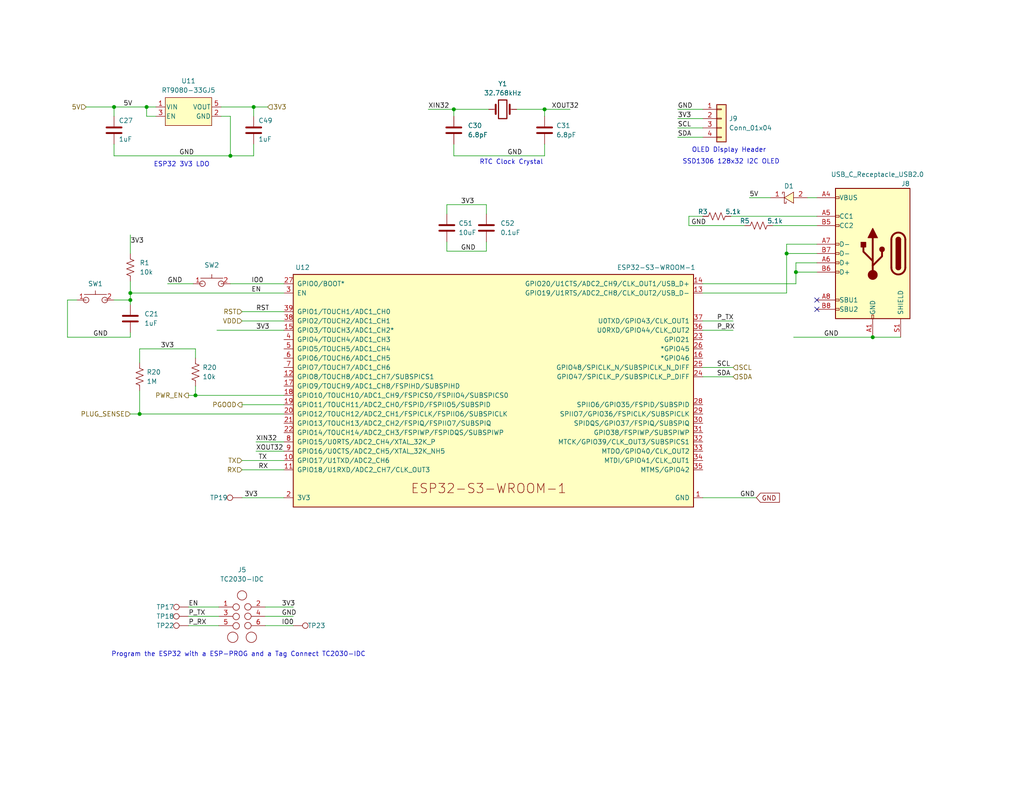
<source format=kicad_sch>
(kicad_sch (version 20231120) (generator "eeschema") (generator_version "8.0")
  (paper "A")
  (title_block (title "Bitaxe Ultra") (date "2023-12-10") (rev "204"))
  (lib_symbols
    (symbol "Connector:TestPoint" (pin_numbers hide) (pin_names (offset 0.762) hide)
      (property "Reference" "TP" (at 0 6.858 0))
      (property "Value" "TestPoint" (at 0 5.08 0))
      (symbol "TestPoint_0_1"
        (circle (center 0 3.302) (radius 0.762))
      )
      (symbol "TestPoint_1_1"
        (pin passive line (at 0 0 90) (length 2.54) (name "1") (number "1"))
      )
    )
    (symbol "Connector:USB_C_Receptacle_USB2.0" (pin_names (offset 1.016))
      (property "Reference" "J" (at -10.16 19.05 0))
      (property "Value" "USB_C_Receptacle_USB2.0" (at 19.05 19.05 0))
      (symbol "USB_C_Receptacle_USB2.0_0_0"
        (rectangle (start -0.254 -17.78) (end 0.254 -16.764))
        (rectangle (start 10.16 -14.986) (end 9.144 -15.494))
        (rectangle (start 10.16 -12.446) (end 9.144 -12.954))
        (rectangle (start 10.16 -4.826) (end 9.144 -5.334))
        (rectangle (start 10.16 -2.286) (end 9.144 -2.794))
        (rectangle (start 10.16 0.254) (end 9.144 -0.254))
        (rectangle (start 10.16 2.794) (end 9.144 2.286))
        (rectangle (start 10.16 7.874) (end 9.144 7.366))
        (rectangle (start 10.16 10.414) (end 9.144 9.906))
        (rectangle (start 10.16 15.494) (end 9.144 14.986))
      )
      (symbol "USB_C_Receptacle_USB2.0_0_1"
        (rectangle (start -10.16 17.78) (end 10.16 -17.78) (stroke (width 0.254)) (fill (type background)))
        (arc (start -8.89 -3.81) (mid -6.985 -5.7067) (end -5.08 -3.81) (stroke (width 0.508)))
        (arc (start -7.62 -3.81) (mid -6.985 -4.4423) (end -6.35 -3.81) (stroke (width 0.254)))
        (arc (start -7.62 -3.81) (mid -6.985 -4.4423) (end -6.35 -3.81) (stroke (width 0.254)) (fill (type outline)))
        (rectangle (start -7.62 -3.81) (end -6.35 3.81) (stroke (width 0.254)) (fill (type outline)))
        (arc (start -6.35 3.81) (mid -6.985 4.4423) (end -7.62 3.81) (stroke (width 0.254)))
        (arc (start -6.35 3.81) (mid -6.985 4.4423) (end -7.62 3.81) (stroke (width 0.254)) (fill (type outline)))
        (arc (start -5.08 3.81) (mid -6.985 5.7067) (end -8.89 3.81) (stroke (width 0.508)))
        (circle (center -2.54 1.143) (radius 0.635) (stroke (width 0.254)) (fill (type outline)))
        (circle (center 0 -5.842) (radius 1.27) (fill (type outline)))
        (polyline (pts (xy -8.89 -3.81) (xy -8.89 3.81)) (stroke (width 0.508)))
        (polyline (pts (xy -5.08 3.81) (xy -5.08 -3.81)) (stroke (width 0.508)))
        (polyline (pts (xy 0 -5.842) (xy 0 4.318)) (stroke (width 0.508)))
        (polyline (pts (xy 0 -3.302) (xy -2.54 -0.762) (xy -2.54 0.508)) (stroke (width 0.508)))
        (polyline (pts (xy 0 -2.032) (xy 2.54 0.508) (xy 2.54 1.778)) (stroke (width 0.508)))
        (polyline (pts (xy -1.27 4.318) (xy 0 6.858) (xy 1.27 4.318) (xy -1.27 4.318)) (stroke (width 0.254)) (fill (type outline)))
        (rectangle (start 1.905 1.778) (end 3.175 3.048) (stroke (width 0.254)) (fill (type outline)))
      )
      (symbol "USB_C_Receptacle_USB2.0_1_1"
        (pin passive line (at 0 -22.86 90) (length 5.08) (name "GND") (number "A1"))
        (pin passive line (at 0 -22.86 90) (length 5.08) hide (name "GND") (number "A12"))
        (pin passive line (at 15.24 15.24 180) (length 5.08) (name "VBUS") (number "A4"))
        (pin bidirectional line (at 15.24 10.16 180) (length 5.08) (name "CC1") (number "A5"))
        (pin bidirectional line (at 15.24 -2.54 180) (length 5.08) (name "D+") (number "A6"))
        (pin bidirectional line (at 15.24 2.54 180) (length 5.08) (name "D-") (number "A7"))
        (pin bidirectional line (at 15.24 -12.7 180) (length 5.08) (name "SBU1") (number "A8"))
        (pin passive line (at 15.24 15.24 180) (length 5.08) hide (name "VBUS") (number "A9"))
        (pin passive line (at 0 -22.86 90) (length 5.08) hide (name "GND") (number "B1"))
        (pin passive line (at 0 -22.86 90) (length 5.08) hide (name "GND") (number "B12"))
        (pin passive line (at 15.24 15.24 180) (length 5.08) hide (name "VBUS") (number "B4"))
        (pin bidirectional line (at 15.24 7.62 180) (length 5.08) (name "CC2") (number "B5"))
        (pin bidirectional line (at 15.24 -5.08 180) (length 5.08) (name "D+") (number "B6"))
        (pin bidirectional line (at 15.24 0 180) (length 5.08) (name "D-") (number "B7"))
        (pin bidirectional line (at 15.24 -15.24 180) (length 5.08) (name "SBU2") (number "B8"))
        (pin passive line (at 15.24 15.24 180) (length 5.08) hide (name "VBUS") (number "B9"))
        (pin passive line (at -7.62 -22.86 90) (length 5.08) (name "SHIELD") (number "S1"))
      )
    )
    (symbol "Connector_Generic:Conn_01x04" (pin_names (offset 1.016) hide)
      (property "Reference" "J" (at 0 5.08 0))
      (property "Value" "Conn_01x04" (at 0 -7.62 0))
      (symbol "Conn_01x04_1_1"
        (rectangle (start -1.27 -4.953) (end 0 -5.207) (stroke (width 0.1524)))
        (rectangle (start -1.27 -2.413) (end 0 -2.667) (stroke (width 0.1524)))
        (rectangle (start -1.27 0.127) (end 0 -0.127) (stroke (width 0.1524)))
        (rectangle (start -1.27 2.667) (end 0 2.413) (stroke (width 0.1524)))
        (rectangle (start -1.27 3.81) (end 1.27 -6.35) (stroke (width 0.254)) (fill (type background)))
        (pin passive line (at -5.08 2.54 0) (length 3.81) (name "Pin_1") (number "1"))
        (pin passive line (at -5.08 0 0) (length 3.81) (name "Pin_2") (number "2"))
        (pin passive line (at -5.08 -2.54 0) (length 3.81) (name "Pin_3") (number "3"))
        (pin passive line (at -5.08 -5.08 0) (length 3.81) (name "Pin_4") (number "4"))
      )
    )
    (symbol "Device:C" (pin_numbers hide) (pin_names (offset 0.254))
      (property "Reference" "C" (at 0.635 2.54 0))
      (property "Value" "C" (at 0.635 -2.54 0))
      (symbol "C_0_1"
        (polyline (pts (xy -2.032 -0.762) (xy 2.032 -0.762)) (stroke (width 0.508)))
        (polyline (pts (xy -2.032 0.762) (xy 2.032 0.762)) (stroke (width 0.508)))
      )
      (symbol "C_1_1"
        (pin passive line (at 0 3.81 270) (length 2.794) (name "~") (number "1"))
        (pin passive line (at 0 -3.81 90) (length 2.794) (name "~") (number "2"))
      )
    )
    (symbol "Device:Crystal" (pin_numbers hide) (pin_names (offset 1.016) hide)
      (property "Reference" "Y" (at 0 3.81 0))
      (property "Value" "Crystal" (at 0 -3.81 0))
      (symbol "Crystal_0_1"
        (rectangle (start -1.143 2.54) (end 1.143 -2.54) (stroke (width 0.3048)))
        (polyline (pts (xy -2.54 0) (xy -1.905 0)))
        (polyline (pts (xy -1.905 -1.27) (xy -1.905 1.27)) (stroke (width 0.508)))
        (polyline (pts (xy 1.905 -1.27) (xy 1.905 1.27)) (stroke (width 0.508)))
        (polyline (pts (xy 2.54 0) (xy 1.905 0)))
      )
      (symbol "Crystal_1_1"
        (pin passive line (at -3.81 0 0) (length 1.27) (name "1") (number "1"))
        (pin passive line (at 3.81 0 180) (length 1.27) (name "2") (number "2"))
      )
    )
    (symbol "Device:R_US" (pin_numbers hide) (pin_names (offset 0))
      (property "Reference" "R" (at 2.54 0 90))
      (property "Value" "R_US" (at -2.54 0 90))
      (symbol "R_US_0_1"
        (polyline (pts (xy 0 -2.286) (xy 0 -2.54)))
        (polyline (pts (xy 0 2.286) (xy 0 2.54)))
        (polyline (pts (xy 0 -0.762) (xy 1.016 -1.143) (xy 0 -1.524) (xy -1.016 -1.905) (xy 0 -2.286)))
        (polyline (pts (xy 0 0.762) (xy 1.016 0.381) (xy 0 0) (xy -1.016 -0.381) (xy 0 -0.762)))
        (polyline (pts (xy 0 2.286) (xy 1.016 1.905) (xy 0 1.524) (xy -1.016 1.143) (xy 0 0.762)))
      )
      (symbol "R_US_1_1"
        (pin passive line (at 0 3.81 270) (length 1.27) (name "~") (number "1"))
        (pin passive line (at 0 -3.81 90) (length 1.27) (name "~") (number "2"))
      )
    )
    (symbol "bitaxe:ESP32-S3-WROOM-1" (pin_names (offset 1.016))
      (property "Reference" "U12" (at -50.8 34.925 0))
      (property "Value" "ESP32-S3-WROOM-1" (at 45.72 34.925 0))
      (symbol "ESP32-S3-WROOM-1_0_0"
        (rectangle (start -53.34 33.02) (end 55.88 -30.48) (stroke (width 0.254)) (fill (type background)))
        (text "ESP32-S3-WROOM-1" (at 0 -25.4 0) (effects (font (size 2.54 2.54))))
        (pin power_in line (at 58.42 -27.94 180) (length 2.54) (name "GND") (number "1"))
        (pin bidirectional line (at -55.88 -17.78 0) (length 2.54) (name "GPIO17/U1TXD/ADC2_CH6") (number "10"))
        (pin bidirectional line (at -55.88 -20.32 0) (length 2.54) (name "GPIO18/U1RXD/ADC2_CH7/CLK_OUT3") (number "11"))
        (pin bidirectional line (at -55.88 5.08 0) (length 2.54) (name "GPIO8/TOUCH8/ADC1_CH7/SUBSPICS1") (number "12"))
        (pin bidirectional line (at 58.42 27.94 180) (length 2.54) (name "GPIO19/U1RTS/ADC2_CH8/CLK_OUT2/USB_D-") (number "13"))
        (pin bidirectional line (at 58.42 30.48 180) (length 2.54) (name "GPIO20/U1CTS/ADC2_CH9/CLK_OUT1/USB_D+") (number "14"))
        (pin bidirectional line (at -55.88 17.78 0) (length 2.54) (name "GPIO3/TOUCH3/ADC1_CH2*") (number "15"))
        (pin bidirectional line (at 58.42 10.16 180) (length 2.54) (name "*GPIO46") (number "16"))
        (pin bidirectional line (at -55.88 2.54 0) (length 2.54) (name "GPIO9/TOUCH9/ADC1_CH8/FSPIHD/SUBSPIHD") (number "17"))
        (pin bidirectional line (at -55.88 0 0) (length 2.54) (name "GPIO10/TOUCH10/ADC1_CH9/FSPICS0/FSPIIO4/SUBSPICS0") (number "18"))
        (pin bidirectional line (at -55.88 -2.54 0) (length 2.54) (name "GPIO11/TOUCH11/ADC2_CH0/FSPID/FSPIIO5/SUBSPID") (number "19"))
        (pin power_in line (at -55.88 -27.94 0) (length 2.54) (name "3V3") (number "2"))
        (pin bidirectional line (at -55.88 -5.08 0) (length 2.54) (name "GPIO12/TOUCH12/ADC2_CH1/FSPICLK/FSPIIO6/SUBSPICLK") (number "20"))
        (pin bidirectional line (at -55.88 -7.62 0) (length 2.54) (name "GPIO13/TOUCH13/ADC2_CH2/FSPIQ/FSPIIO7/SUBSPIQ") (number "21"))
        (pin bidirectional line (at -55.88 -10.16 0) (length 2.54) (name "GPIO14/TOUCH14/ADC2_CH3/FSPIWP/FSPIDQS/SUBSPIWP") (number "22"))
        (pin bidirectional line (at 58.42 15.24 180) (length 2.54) (name "GPIO21") (number "23"))
        (pin bidirectional line (at 58.42 5.08 180) (length 2.54) (name "GPIO47/SPICLK_P/SUBSPICLK_P_DIFF") (number "24"))
        (pin bidirectional line (at 58.42 7.62 180) (length 2.54) (name "GPIO48/SPICLK_N/SUBSPICLK_N_DIFF") (number "25"))
        (pin bidirectional line (at 58.42 12.7 180) (length 2.54) (name "*GPIO45") (number "26"))
        (pin bidirectional line (at -55.88 30.48 0) (length 2.54) (name "GPIO0/BOOT*") (number "27"))
        (pin bidirectional line (at 58.42 -2.54 180) (length 2.54) (name "SPIIO6/GPIO35/FSPID/SUBSPID") (number "28"))
        (pin bidirectional line (at 58.42 -5.08 180) (length 2.54) (name "SPIIO7/GPIO36/FSPICLK/SUBSPICLK") (number "29"))
        (pin input line (at -55.88 27.94 0) (length 2.54) (name "EN") (number "3"))
        (pin bidirectional line (at 58.42 -7.62 180) (length 2.54) (name "SPIDQS/GPIO37/FSPIQ/SUBSPIQ") (number "30"))
        (pin bidirectional line (at 58.42 -10.16 180) (length 2.54) (name "GPIO38/FSPIWP/SUBSPIWP") (number "31"))
        (pin bidirectional line (at 58.42 -12.7 180) (length 2.54) (name "MTCK/GPIO39/CLK_OUT3/SUBSPICS1") (number "32"))
        (pin bidirectional line (at 58.42 -15.24 180) (length 2.54) (name "MTDO/GPIO40/CLK_OUT2") (number "33"))
        (pin bidirectional line (at 58.42 -17.78 180) (length 2.54) (name "MTDI/GPIO41/CLK_OUT1") (number "34"))
        (pin bidirectional line (at 58.42 -20.32 180) (length 2.54) (name "MTMS/GPIO42") (number "35"))
        (pin bidirectional line (at 58.42 17.78 180) (length 2.54) (name "U0RXD/GPIO44/CLK_OUT2") (number "36"))
        (pin bidirectional line (at 58.42 20.32 180) (length 2.54) (name "U0TXD/GPIO43/CLK_OUT1") (number "37"))
        (pin bidirectional line (at -55.88 20.32 0) (length 2.54) (name "GPIO2/TOUCH2/ADC1_CH1") (number "38"))
        (pin bidirectional line (at -55.88 22.86 0) (length 2.54) (name "GPIO1/TOUCH1/ADC1_CH0") (number "39"))
        (pin bidirectional line (at -55.88 15.24 0) (length 2.54) (name "GPIO4/TOUCH4/ADC1_CH3") (number "4"))
        (pin passive line (at 58.42 -27.94 180) (length 2.54) hide (name "GND") (number "40"))
        (pin passive line (at 58.42 -27.94 180) (length 2.54) hide (name "GND") (number "41"))
        (pin bidirectional line (at -55.88 12.7 0) (length 2.54) (name "GPIO5/TOUCH5/ADC1_CH4") (number "5"))
        (pin bidirectional line (at -55.88 10.16 0) (length 2.54) (name "GPIO6/TOUCH6/ADC1_CH5") (number "6"))
        (pin bidirectional line (at -55.88 7.62 0) (length 2.54) (name "GPIO7/TOUCH7/ADC1_CH6") (number "7"))
        (pin bidirectional line (at -55.88 -12.7 0) (length 2.54) (name "GPIO15/U0RTS/ADC2_CH4/XTAL_32K_P") (number "8"))
        (pin bidirectional line (at -55.88 -15.24 0) (length 2.54) (name "GPIO16/U0CTS/ADC2_CH5/XTAL_32K_NH5") (number "9"))
      )
    )
    (symbol "bitaxe:GT-TC029B-H025-L1N"
      (property "Reference" "SW2" (at 0 3.81 0))
      (symbol "GT-TC029B-H025-L1N_0_1"
        (circle (center -2.54 0) (radius 0.76))
        (polyline (pts (xy -3.05 1.52) (xy 3.05 1.52)))
        (polyline (pts (xy 0 1.52) (xy 0 2.54)))
        (circle (center 2.54 0) (radius 0.76))
        (pin unspecified line (at -5.08 0 0) (length 2.54) (name "~") (number "1"))
        (pin unspecified line (at 5.08 0 180) (length 2.54) (name "~") (number "2"))
      )
    )
    (symbol "bitaxe:RT9080-33GJ5" (pin_names (offset 0.254))
      (property "Reference" "U" (at -6.35 5.08 0))
      (property "Value" "RT9080-33GJ5" (at 0 -5.08 0))
      (symbol "RT9080-33GJ5_1_1"
        (rectangle (start -6.35 3.81) (end 6.35 -3.81) (stroke (width 0.1524)) (fill (type background)))
        (pin power_in line (at -8.89 1.27 0) (length 2.54) (name "VIN") (number "1"))
        (pin power_in line (at 8.89 -1.27 180) (length 2.54) (name "GND") (number "2"))
        (pin input line (at -8.89 -1.27 0) (length 2.54) (name "EN") (number "3"))
        (pin no_connect line (at 0 6.35 270) (length 2.54) hide (name "NC") (number "4"))
        (pin output line (at 8.89 1.27 180) (length 2.54) (name "VOUT") (number "5"))
      )
    )
    (symbol "bitaxe:TC2030-IDC-NL" (pin_names (offset 1.016) hide)
      (property "Reference" "J5" (at 0 12.7 0))
      (property "Value" "TC2030-IDC" (at 0 10.16 0))
      (symbol "TC2030-IDC-NL_0_1"
        (circle (center -2.54 -5.715) (radius 1.4224))
        (circle (center -1.6002 2.54) (radius 0.889))
        (circle (center 0 5.715) (radius 1.27))
      )
      (symbol "TC2030-IDC-NL_1_1"
        (circle (center -1.6002 -2.5908) (radius 0.889))
        (circle (center -1.6002 -0.0508) (radius 0.889))
        (circle (center 1.6002 -2.54) (radius 0.889))
        (circle (center 1.6002 0) (radius 0.889))
        (circle (center 1.6002 2.5908) (radius 0.889))
        (circle (center 2.54 -5.715) (radius 1.4224))
        (pin passive line (at -6.35 2.54 0) (length 3.81) (name "Pin_1") (number "1"))
        (pin passive line (at 6.35 2.54 180) (length 3.81) (name "Pin_2") (number "2"))
        (pin passive line (at -6.35 0 0) (length 3.81) (name "Pin_3") (number "3"))
        (pin passive line (at 6.35 0 180) (length 3.81) (name "Pin_4") (number "4"))
        (pin passive line (at -6.35 -2.54 0) (length 3.81) (name "Pin_5") (number "5"))
        (pin passive line (at 6.35 -2.54 180) (length 3.81) (name "Pin_6") (number "6"))
      )
    )
    (symbol "lcsc:SS310_C85658"
      (property "Reference" "D" (at 0 5.08 0))
      (property "Value" "SS310_C85658" (at 0 -5.08 0))
      (symbol "SS310_C85658_0_1"
        (polyline (pts (xy -1.27 -1.52) (xy -1.27 1.52)))
        (polyline (pts (xy -1.27 -1.52) (xy -0.76 -1.52) (xy -0.76 -1.02)))
        (polyline (pts (xy -1.27 1.52) (xy -1.78 1.52) (xy -1.78 1.02)))
        (polyline (pts (xy 1.27 1.52) (xy -1.27 0) (xy 1.27 -1.52) (xy 1.27 1.52)) (fill (type background)))
        (pin unspecified line (at -5.08 0 0) (length 3.81) (name "~") (number "1"))
        (pin unspecified line (at 5.08 0 180) (length 3.81) (name "~") (number "2"))
      )
    )
  )
  (junction (at 214.63 69.215))
  (junction (at 123.825 29.845))
  (junction (at 238.125 92.075))
  (junction (at 62.865 42.545))
  (junction (at 217.17 74.295))
  (junction (at 53.34 107.95))
  (junction (at 40.005 29.21))
  (junction (at 148.59 29.845))
  (junction (at 35.56 80.01))
  (junction (at 38.1 113.03))
  (junction (at 35.56 81.915))
  (junction (at 69.215 29.21))
  (junction (at 31.115 29.21))
  (no_connect (at 222.885 81.915))
  (no_connect (at 222.885 84.455))
  (wire (pts (xy 187.96 59.055) (xy 191.77 59.055)))
  (wire (pts (xy 35.56 113.03) (xy 38.1 113.03)))
  (wire (pts (xy 121.92 55.88) (xy 121.92 58.42)))
  (wire (pts (xy 31.115 29.21) (xy 31.115 31.75)))
  (wire (pts (xy 216.535 92.075) (xy 238.125 92.075)))
  (wire (pts (xy 35.56 80.01) (xy 35.56 81.915)))
  (wire (pts (xy 60.325 31.75) (xy 62.865 31.75)))
  (wire (pts (xy 140.97 29.845) (xy 148.59 29.845)))
  (wire (pts (xy 72.39 168.275) (xy 80.01 168.275)))
  (wire (pts (xy 69.215 39.37) (xy 69.215 42.545)))
  (wire (pts (xy 66.04 110.49) (xy 77.47 110.49)))
  (wire (pts (xy 132.715 68.58) (xy 121.92 68.58)))
  (wire (pts (xy 238.125 92.075) (xy 245.745 92.075)))
  (wire (pts (xy 62.865 31.75) (xy 62.865 42.545)))
  (wire (pts (xy 123.825 42.545) (xy 123.825 39.37)))
  (wire (pts (xy 35.56 76.835) (xy 35.56 80.01)))
  (wire (pts (xy 72.39 165.735) (xy 80.01 165.735)))
  (wire (pts (xy 69.215 29.21) (xy 69.215 31.75)))
  (wire (pts (xy 38.1 99.06) (xy 38.1 95.25)))
  (wire (pts (xy 77.47 125.73) (xy 66.04 125.73)))
  (wire (pts (xy 132.715 66.04) (xy 132.715 68.58)))
  (wire (pts (xy 40.005 29.21) (xy 42.545 29.21)))
  (wire (pts (xy 18.415 81.915) (xy 18.415 92.075)))
  (wire (pts (xy 148.59 29.845) (xy 155.575 29.845)))
  (wire (pts (xy 69.85 120.65) (xy 77.47 120.65)))
  (wire (pts (xy 77.47 85.09) (xy 66.04 85.09)))
  (wire (pts (xy 45.72 77.47) (xy 52.705 77.47)))
  (wire (pts (xy 214.63 69.215) (xy 214.63 80.01)))
  (wire (pts (xy 116.84 29.845) (xy 123.825 29.845)))
  (wire (pts (xy 31.115 81.915) (xy 35.56 81.915)))
  (wire (pts (xy 123.825 42.545) (xy 148.59 42.545)))
  (wire (pts (xy 203.2 61.595) (xy 187.96 61.595)))
  (wire (pts (xy 123.825 29.845) (xy 123.825 31.75)))
  (wire (pts (xy 23.495 29.21) (xy 31.115 29.21)))
  (wire (pts (xy 18.415 92.075) (xy 35.56 92.075)))
  (wire (pts (xy 72.39 170.815) (xy 80.01 170.815)))
  (wire (pts (xy 217.17 74.295) (xy 222.885 74.295)))
  (wire (pts (xy 199.39 59.055) (xy 222.885 59.055)))
  (wire (pts (xy 69.85 123.19) (xy 77.47 123.19)))
  (wire (pts (xy 184.912 29.845) (xy 191.77 29.845)))
  (wire (pts (xy 35.56 81.915) (xy 35.56 83.185)))
  (wire (pts (xy 191.77 90.17) (xy 200.025 90.17)))
  (wire (pts (xy 35.56 80.01) (xy 77.47 80.01)))
  (wire (pts (xy 222.885 66.675) (xy 214.63 66.675)))
  (wire (pts (xy 77.47 128.27) (xy 66.04 128.27)))
  (wire (pts (xy 214.63 69.215) (xy 222.885 69.215)))
  (wire (pts (xy 123.825 29.845) (xy 133.35 29.845)))
  (wire (pts (xy 51.435 170.815) (xy 59.69 170.815)))
  (wire (pts (xy 191.77 102.87) (xy 200.025 102.87)))
  (wire (pts (xy 69.215 29.21) (xy 73.025 29.21)))
  (wire (pts (xy 31.115 29.21) (xy 40.005 29.21)))
  (wire (pts (xy 38.1 113.03) (xy 77.47 113.03)))
  (wire (pts (xy 51.435 107.95) (xy 53.34 107.95)))
  (wire (pts (xy 184.912 34.925) (xy 191.77 34.925)))
  (wire (pts (xy 53.34 107.95) (xy 77.47 107.95)))
  (wire (pts (xy 191.77 135.89) (xy 206.375 135.89)))
  (wire (pts (xy 51.435 168.275) (xy 59.69 168.275)))
  (wire (pts (xy 31.115 42.545) (xy 31.115 39.37)))
  (wire (pts (xy 66.04 87.63) (xy 77.47 87.63)))
  (wire (pts (xy 35.56 90.805) (xy 35.56 92.075)))
  (wire (pts (xy 121.92 68.58) (xy 121.92 66.04)))
  (wire (pts (xy 59.182 90.17) (xy 77.47 90.17)))
  (wire (pts (xy 62.865 77.47) (xy 77.47 77.47)))
  (wire (pts (xy 187.96 61.595) (xy 187.96 59.055)))
  (wire (pts (xy 42.545 31.75) (xy 40.005 31.75)))
  (wire (pts (xy 148.59 29.845) (xy 148.59 31.75)))
  (wire (pts (xy 51.435 165.735) (xy 59.69 165.735)))
  (wire (pts (xy 191.77 77.47) (xy 217.17 77.47)))
  (wire (pts (xy 191.77 100.33) (xy 200.025 100.33)))
  (wire (pts (xy 217.17 74.295) (xy 217.17 71.755)))
  (wire (pts (xy 20.955 81.915) (xy 18.415 81.915)))
  (wire (pts (xy 217.17 77.47) (xy 217.17 74.295)))
  (wire (pts (xy 191.77 87.63) (xy 200.025 87.63)))
  (wire (pts (xy 40.005 31.75) (xy 40.005 29.21)))
  (wire (pts (xy 148.59 39.37) (xy 148.59 42.545)))
  (wire (pts (xy 132.715 55.88) (xy 121.92 55.88)))
  (wire (pts (xy 53.34 105.41) (xy 53.34 107.95)))
  (wire (pts (xy 220.345 53.975) (xy 222.885 53.975)))
  (wire (pts (xy 210.82 61.595) (xy 222.885 61.595)))
  (wire (pts (xy 38.1 95.25) (xy 53.34 95.25)))
  (wire (pts (xy 217.17 71.755) (xy 222.885 71.755)))
  (wire (pts (xy 191.77 80.01) (xy 214.63 80.01)))
  (wire (pts (xy 53.34 97.79) (xy 53.34 95.25)))
  (wire (pts (xy 66.04 135.89) (xy 77.47 135.89)))
  (wire (pts (xy 184.912 37.465) (xy 191.77 37.465)))
  (wire (pts (xy 132.715 58.42) (xy 132.715 55.88)))
  (wire (pts (xy 184.912 32.385) (xy 191.77 32.385)))
  (wire (pts (xy 69.215 42.545) (xy 62.865 42.545)))
  (wire (pts (xy 35.56 64.135) (xy 35.56 69.215)))
  (wire (pts (xy 60.325 29.21) (xy 69.215 29.21)))
  (wire (pts (xy 214.63 66.675) (xy 214.63 69.215)))
  (wire (pts (xy 204.47 53.975) (xy 210.185 53.975)))
  (wire (pts (xy 62.865 42.545) (xy 31.115 42.545)))
  (wire (pts (xy 38.1 106.68) (xy 38.1 113.03)))
  (text "RTC Clock Crystal" (at 130.81 45.085 0) (effects (font (size 1.27 1.27)) (justify left bottom)))
  (text "ESP32 3V3 LDO" (at 41.91 45.72 0) (effects (font (size 1.27 1.27)) (justify left bottom)))
  (text "Program the ESP32 with a ESP-PROG and a Tag Connect TC2030-IDC" (at 30.353 179.451 0) (effects (font (size 1.27 1.27)) (justify left bottom)))
  (text "SSD1306 128x32 I2C OLED" (at 186.182 44.958 0) (effects (font (size 1.27 1.27)) (justify left bottom)))
  (text "OLED Display Header" (at 188.722 41.783 0) (effects (font (size 1.27 1.27)) (justify left bottom)))
  (label "P_RX" (at 51.435 170.815 0))
  (label "RST" (at 69.85 85.09 0))
  (label "5V" (at 204.47 53.975 0))
  (label "P_TX" (at 51.435 168.275 0))
  (label "3V3" (at 43.815 95.25 0))
  (label "EN" (at 51.435 165.735 0))
  (label "GND" (at 184.912 29.845 0))
  (label "GND" (at 224.79 92.075 0))
  (label "XOUT32" (at 150.495 29.845 0))
  (label "EN" (at 68.58 80.01 0))
  (label "P_RX" (at 195.58 90.17 0))
  (label "IO0" (at 68.58 77.47 0))
  (label "GND" (at 125.73 68.58 0))
  (label "3V3" (at 66.675 135.89 0))
  (label "SDA" (at 195.58 102.87 0))
  (label "GND" (at 188.595 61.595 0))
  (label "XIN32" (at 69.85 120.65 0))
  (label "TX" (at 70.485 125.73 0))
  (label "GND" (at 138.43 42.545 0))
  (label "3V3" (at 76.835 165.735 0))
  (label "3V3" (at 69.85 90.17 0))
  (label "IO0" (at 76.835 170.815 0))
  (label "SCL" (at 195.58 100.33 0))
  (label "XOUT32" (at 69.85 123.19 0))
  (label "SCL" (at 184.912 34.925 0))
  (label "XIN32" (at 116.84 29.845 0))
  (label "GND" (at 201.93 135.89 0))
  (label "GND" (at 45.72 77.47 0))
  (label "SDA" (at 184.912 37.465 0))
  (label "3V3" (at 125.73 55.88 0))
  (label "P_TX" (at 195.58 87.63 0))
  (label "3V3" (at 184.912 32.385 0))
  (label "GND" (at 25.4 92.075 0))
  (label "5V" (at 33.655 29.21 0))
  (label "GND" (at 76.835 168.275 0))
  (label "GND" (at 48.895 42.545 0))
  (label "3V3" (at 35.56 66.675 0))
  (label "RX" (at 70.485 128.27 0))
  (global_label "GND" (shape input) (at 206.375 135.89 0) (property "Intersheetrefs" "${INTERSHEET_REFS}" (effects (hide yes))))
  (hierarchical_label "TX" (shape input) (at 66.04 125.73 180))
  (hierarchical_label "RX" (shape input) (at 66.04 128.27 180))
  (hierarchical_label "3V3" (shape input) (at 73.025 29.21 0))
  (hierarchical_label "PLUG_SENSE" (shape input) (at 35.56 113.03 180))
  (hierarchical_label "SCL" (shape input) (at 200.025 100.33 0))
  (hierarchical_label "RST" (shape input) (at 66.04 85.09 180))
  (hierarchical_label "SDA" (shape input) (at 200.025 102.87 0))
  (hierarchical_label "PGOOD" (shape output) (at 66.04 110.49 180))
  (hierarchical_label "PWR_EN" (shape output) (at 51.435 107.95 180))
  (hierarchical_label "5V" (shape input) (at 23.495 29.21 180))
  (hierarchical_label "VDD" (shape input) (at 66.04 87.63 180))
  (symbol (lib_id "Device:C") (at 35.56 86.995 0) (unit 1)
    (property "Reference" "C21" (at 39.37 85.7249 0) (effects (justify left)))
    (property "Value" "1uF" (at 39.37 88.2649 0) (effects (justify left)))
    (property "Footprint" "Capacitor_SMD:C_0402_1005Metric" (effects (hide yes)))
    (property "DK" "587-5514-1-ND" (effects (hide yes)))
    (property "PARTNO" "EMK105BJ105MV-F" (effects (hide yes)))
  )
  (symbol (lib_id "Device:C") (at 123.825 35.56 0) (unit 1)
    (property "Reference" "C30" (at 127.635 34.2899 0) (effects (justify left)))
    (property "Value" "6.8pF" (at 127.635 36.8299 0) (effects (justify left)))
    (property "Footprint" "Capacitor_SMD:C_0402_1005Metric" (effects (hide yes)))
    (property "DK" "399-C0402C689C5GAC7867CT-ND" (effects (hide yes)))
    (property "PARTNO" "C0402C689C5GAC7867" (effects (hide yes)))
  )
  (symbol (lib_id "Device:R_US") (at 207.01 61.595 90) (unit 1)
    (property "Reference" "R5" (at 203.2 60.325 90))
    (property "Value" "5.1k" (at 211.455 60.325 90))
    (property "Footprint" "Resistor_SMD:R_0402_1005Metric" (effects (hide yes)))
    (property "DK" "RMCF0402JT5K10CT-ND" (effects (hide yes)))
    (property "PARTNO" "RMCF0402JT5K10" (effects (hide yes)))
  )
  (symbol (lib_id "Device:C") (at 132.715 62.23 0) (unit 1)
    (property "Reference" "C52" (at 136.525 60.9599 0) (effects (justify left)))
    (property "Value" "0.1uF" (at 136.525 63.4999 0) (effects (justify left)))
    (property "Footprint" "Capacitor_SMD:C_0402_1005Metric" (effects (hide yes)))
    (property "DK" "1292-1639-1-ND" (effects (hide yes)))
    (property "PARTNO" "0402X104K100CT" (effects (hide yes)))
  )
  (symbol (lib_id "Device:R_US") (at 38.1 102.87 0) (unit 1)
    (property "Reference" "R20" (at 40.005 101.6 0) (effects (justify left)))
    (property "Value" "1M" (at 40.005 104.14 0) (effects (justify left)))
    (property "Footprint" "Resistor_SMD:R_0402_1005Metric" (effects (hide yes)))
    (property "DK" "311-1.00MLRCT-ND" (effects (hide yes)))
    (property "PARTNO" "RC0402FR-071ML" (effects (hide yes)))
  )
  (symbol (lib_id "Connector_Generic:Conn_01x04") (at 196.85 32.385 0) (unit 1)
    (property "Reference" "J9" (at 198.882 32.3849 0) (effects (justify left)))
    (property "Value" "Conn_01x04" (at 198.882 34.9249 0) (effects (justify left)))
    (property "Footprint" "Connector_PinSocket_2.54mm:PinSocket_1x04_P2.54mm_Vertical_SMD_Pin1Right" (effects (hide yes)))
    (property "DK" "S5596-ND" (effects (hide yes)))
    (property "PARTNO" "NPTC041KFXC-RC" (effects (hide yes)))
  )
  (symbol (lib_id "bitaxe:GT-TC029B-H025-L1N") (at 57.785 77.47 0) (unit 1)
    (property "Reference" "SW2" (at 57.785 72.39 0))
    (property "Value" "GT-TC029B-H025-L1N" (effects (hide yes)))
    (property "Footprint" "bitaxe:SW_CS1213AGF260_CRS" (effects (hide yes)))
    (property "Datasheet" "https://www.citrelay.com/Catalog%20Pages/SwitchCatalog/CS1213.pdf" (effects (hide yes)))
    (property "DK" "2449-CS1213AGF260CT-ND" (effects (hide yes)))
    (property "PARTNO" "CS1213AGF260" (effects (hide yes)))
  )
  (symbol (lib_id "Device:C") (at 148.59 35.56 0) (unit 1)
    (property "Reference" "C31" (at 151.765 34.2899 0) (effects (justify left)))
    (property "Value" "6.8pF" (at 151.765 36.8299 0) (effects (justify left)))
    (property "Footprint" "Capacitor_SMD:C_0402_1005Metric" (effects (hide yes)))
    (property "DK" "399-C0402C689C5GAC7867CT-ND" (effects (hide yes)))
    (property "PARTNO" "C0402C689C5GAC7867" (effects (hide yes)))
  )
  (symbol (lib_id "bitaxe:RT9080-33GJ5") (at 51.435 30.48 0) (unit 1)
    (property "Reference" "U11" (at 51.435 22.098 0))
    (property "Value" "RT9080-33GJ5" (at 51.435 24.638 0))
    (property "Footprint" "bitaxe:RT9080-33GJ5" (effects (hide yes)))
    (property "Datasheet" "https://www.richtek.com/assets/product_file/RT9080/DS9080-05.pdf" (effects (hide yes)))
    (property "DK" "1028-1509-1-ND" (effects (hide yes)))
    (property "PARTNO" "RT9080-33GJ5" (effects (hide yes)))
  )
  (symbol (lib_id "Connector:TestPoint") (at 51.435 168.275 90) (mirror x) (unit 1) (in_bom no)
    (property "Reference" "TP18" (at 45.085 168.275 90))
    (property "Value" "TestPoint" (effects (hide yes)))
    (property "Footprint" "TestPoint:TestPoint_Pad_D1.5mm" (effects (hide yes)))
  )
  (symbol (lib_id "Connector:TestPoint") (at 80.01 170.815 270) (mirror x) (unit 1) (in_bom no)
    (property "Reference" "TP23" (at 86.36 170.815 90))
    (property "Value" "TestPoint" (effects (hide yes)))
    (property "Footprint" "TestPoint:TestPoint_Pad_D1.5mm" (effects (hide yes)))
  )
  (symbol (lib_id "Device:R_US") (at 195.58 59.055 90) (unit 1)
    (property "Reference" "R3" (at 191.77 57.785 90))
    (property "Value" "5.1k" (at 200.025 57.785 90))
    (property "Footprint" "Resistor_SMD:R_0402_1005Metric" (effects (hide yes)))
    (property "DK" "RMCF0402JT5K10CT-ND" (effects (hide yes)))
    (property "PARTNO" "RMCF0402JT5K10" (effects (hide yes)))
  )
  (symbol (lib_id "Device:R_US") (at 35.56 73.025 0) (unit 1)
    (property "Reference" "R1" (at 38.1 71.7549 0) (effects (justify left)))
    (property "Value" "10k" (at 38.1 74.2949 0) (effects (justify left)))
    (property "Footprint" "Resistor_SMD:R_0402_1005Metric" (effects (hide yes)))
    (property "DK" "311-10KJRCT-ND" (effects (hide yes)))
    (property "PARTNO" "RC0402JR-0710KL" (effects (hide yes)))
  )
  (symbol (lib_id "lcsc:SS310_C85658") (at 215.265 53.975 0) (unit 1)
    (property "Reference" "D1" (at 215.265 50.8 0))
    (property "Value" "SS310" (effects (hide yes)))
    (property "Footprint" "Diode_SMD:D_SMA" (effects (hide yes)))
    (property "Datasheet" "https://www.mccsemi.com/pdf/Products/SK32A-L-SK310A-L(DO-214AC).pdf" (effects (hide yes)))
    (property "DK" "SK310A-LTPMSCT-ND" (effects (hide yes)))
    (property "PARTNO" "SK310A-LTP" (effects (hide yes)))
  )
  (symbol (lib_id "bitaxe:TC2030-IDC-NL") (at 66.04 168.275 0) (unit 1) (in_bom no)
    (property "Reference" "J5" (at 66.04 155.575 0))
    (property "Value" "TC2030-IDC" (at 66.04 158.115 0))
    (property "Footprint" "bitaxe:Tag-Connect_TC2030-IDC-NL_2x03_P1.27mm_Vertical" (effects (hide yes)))
  )
  (symbol (lib_id "Device:C") (at 69.215 35.56 0) (unit 1)
    (property "Reference" "C49" (at 70.485 33.655 0) (effects (justify left bottom)))
    (property "Value" "1uF" (at 70.485 38.735 0) (effects (justify left bottom)))
    (property "Footprint" "Capacitor_SMD:C_0402_1005Metric" (effects (hide yes)))
    (property "DK" "587-5514-1-ND" (effects (hide yes)))
    (property "PARTNO" "EMK105BJ105MV-F" (effects (hide yes)))
  )
  (symbol (lib_id "Device:C") (at 121.92 62.23 0) (unit 1)
    (property "Reference" "C51" (at 125.095 60.9599 0) (effects (justify left)))
    (property "Value" "10uF" (at 125.095 63.4999 0) (effects (justify left)))
    (property "Footprint" "Capacitor_SMD:C_0805_2012Metric" (effects (hide yes)))
    (property "DK" "1276-1096-1-ND" (effects (hide yes)))
    (property "PARTNO" "CL21A106KOQNNNE" (effects (hide yes)))
  )
  (symbol (lib_id "Device:Crystal") (at 137.16 29.845 0) (unit 1)
    (property "Reference" "Y1" (at 137.16 22.86 0))
    (property "Value" "32.768kHz" (at 137.16 25.4 0))
    (property "Footprint" "bitaxe:SC32S-7PF20PPM" (effects (hide yes)))
    (property "Datasheet" "https://www.sii.co.jp/en/quartz/files/2013/03/SC-32S_Leaflet_e20151217.pdf" (effects (hide yes)))
    (property "DK" "728-1074-1-ND" (effects (hide yes)))
    (property "PARTNO" "SC32S-7PF20PPM" (effects (hide yes)))
  )
  (symbol (lib_id "Device:R_US") (at 53.34 101.6 0) (unit 1)
    (property "Reference" "R20" (at 55.245 100.33 0) (effects (justify left)))
    (property "Value" "10k" (at 55.245 102.87 0) (effects (justify left)))
    (property "Footprint" "Resistor_SMD:R_0402_1005Metric" (effects (hide yes)))
    (property "DK" "311-10KJRCT-ND" (effects (hide yes)))
    (property "PARTNO" "RC0402JR-0710KL" (effects (hide yes)))
  )
  (symbol (lib_id "Connector:USB_C_Receptacle_USB2.0") (at 238.125 69.215 0) (mirror y) (unit 1)
    (property "Reference" "J8" (at 248.285 50.165 0) (effects (justify left)))
    (property "Value" "USB_C_Receptacle_USB2.0" (at 226.695 47.625 0) (effects (justify right)))
    (property "Footprint" "Connector_USB:USB_C_Receptacle_GCT_USB4105-xx-A_16P_TopMnt_Horizontal" (effects (hide yes)))
    (property "Datasheet" "https://gct.co/connector/usb4105" (effects (hide yes)))
    (property "DK" "2073-USB4105-GF-ACT-ND" (effects (hide yes)))
    (property "PARTNO" "USB4105-GF-A" (effects (hide yes)))
  )
  (symbol (lib_id "Connector:TestPoint") (at 66.04 135.89 90) (mirror x) (unit 1) (in_bom no)
    (property "Reference" "TP19" (at 59.69 135.89 90))
    (property "Value" "TestPoint" (effects (hide yes)))
    (property "Footprint" "TestPoint:TestPoint_Pad_D1.5mm" (effects (hide yes)))
  )
  (symbol (lib_id "Connector:TestPoint") (at 51.435 165.735 90) (mirror x) (unit 1) (in_bom no)
    (property "Reference" "TP17" (at 45.085 165.735 90))
    (property "Value" "TestPoint" (effects (hide yes)))
    (property "Footprint" "TestPoint:TestPoint_Pad_D1.5mm" (effects (hide yes)))
  )
  (symbol (lib_id "Connector:TestPoint") (at 51.435 170.815 90) (mirror x) (unit 1) (in_bom no)
    (property "Reference" "TP22" (at 45.085 170.815 90))
    (property "Value" "TestPoint" (effects (hide yes)))
    (property "Footprint" "TestPoint:TestPoint_Pad_D1.5mm" (effects (hide yes)))
  )
  (symbol (lib_id "Device:C") (at 31.115 35.56 0) (unit 1)
    (property "Reference" "C27" (at 32.385 33.655 0) (effects (justify left bottom)))
    (property "Value" "1uF" (at 32.385 38.735 0) (effects (justify left bottom)))
    (property "Footprint" "Capacitor_SMD:C_0402_1005Metric" (effects (hide yes)))
    (property "DK" "587-5514-1-ND" (effects (hide yes)))
    (property "PARTNO" "EMK105BJ105MV-F" (effects (hide yes)))
  )
  (symbol (lib_id "bitaxe:ESP32-S3-WROOM-1") (at 133.35 107.95 0) (unit 1)
    (property "Reference" "U12" (at 82.55 73.025 0))
    (property "Value" "ESP32-S3-WROOM-1" (at 179.07 73.025 0))
    (property "Footprint" "bitaxe:ESP32-S3-WROOM-1" (effects (hide yes)))
    (property "Datasheet" "https://www.espressif.com/sites/default/files/documentation/esp32-s3-wroom-1_wroom-1u_datasheet_en.pdf" (effects (hide yes)))
    (property "DK" "1965-ESP32-S3-WROOM-1-N16R8CT-ND" (effects (hide yes)))
    (property "PARTNO" "ESP32-S3-WROOM-1-N16R8" (effects (hide yes)))
  )
  (symbol (lib_id "bitaxe:GT-TC029B-H025-L1N") (at 26.035 81.915 0) (unit 1)
    (property "Reference" "SW1" (at 26.035 77.47 0))
    (property "Value" "GT-TC029B-H025-L1N" (effects (hide yes)))
    (property "Footprint" "bitaxe:SW_CS1213AGF260_CRS" (effects (hide yes)))
    (property "Datasheet" "https://www.citrelay.com/Catalog%20Pages/SwitchCatalog/CS1213.pdf" (effects (hide yes)))
    (property "DK" "2449-CS1213AGF260CT-ND" (effects (hide yes)))
    (property "PARTNO" "CS1213AGF260" (effects (hide yes)))
  )
)
</source>
